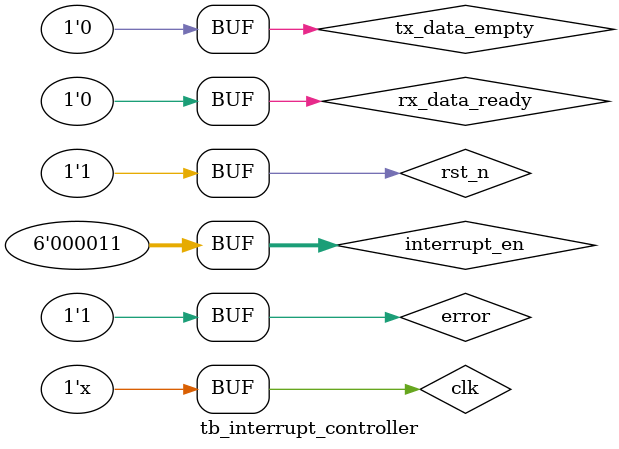
<source format=v>
`timescale 1ns/1ns
module tb_interrupt_controller();
reg 					clk;
reg 					rst_n;
reg 	[5:0]   interrupt_en;
reg 					error;
reg 					rx_data_ready;
reg 					tx_data_empty;

wire					irq;
wire	[2:0]   interrupt_type;

initial begin
  clk = 1'b1;
  rst_n <= 1'b0;
  interrupt_en <= 6'd0;
  error <= 1'b0;
  rx_data_ready <= 1'b0;
  tx_data_empty <= 1'b1;
  #10
  rst_n <= 1'b1;
end

initial begin
  #100
  interrupt_en <= 6'b000111;
  #20
  error <= 1'b1;
  rx_data_ready <= 1'b1;
  tx_data_empty <= 1'b0;
  #40
  interrupt_en <= 6'b000011;
  #40
  rx_data_ready <= 1'b0;
end

always #10 clk = ~clk;

interrupt_controller interrupt_controller_inst (
  .clk(clk),
  .rst_n(rst_n),
  .interrupt_en(interrupt_en),
  .error(error),
  .rx_data_ready(rx_data_ready),
  .tx_data_empty(tx_data_empty),

  .irq(irq),
  .interrupt_type(interrupt_type)
);

endmodule
</source>
